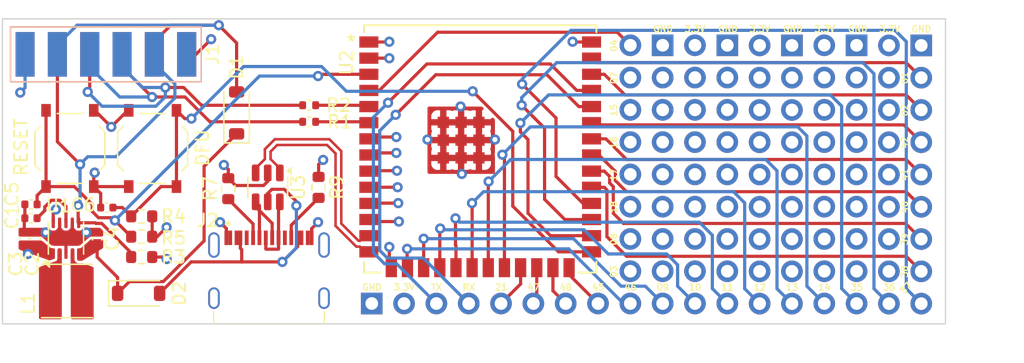
<source format=kicad_pcb>
(kicad_pcb (version 20240108) (generator "pcbnew") (generator_version "8.0")
  (layers (0 "F.Cu" signal) (1 "In1.Cu" signal) (2 "In2.Cu" signal) (31 "B.Cu" signal) (34 "B.Paste" user) (35 "F.Paste" user) (36 "B.SilkS" user "B.Silkscreen") (37 "F.SilkS" user "F.Silkscreen") (38 "B.Mask" user) (39 "F.Mask" user) (44 "Edge.Cuts" user))
  (net 0 "")
  (net 1 "NRST")
  (net 2 "Net-(J1-Pin_3)")
  (net 3 "SDA")
  (net 4 "SCL")
  (net 5 "Net-(J1-Pin_4)")
  (net 6 "Net-(U1-L1)")
  (net 7 "Net-(U1-L2)")
  (net 8 "DFU")
  (net 9 "GND")
  (net 10 "Net-(U1-VINA)")
  (net 11 "Vbat")
  (net 12 "EN")
  (net 13 "Net-(D1-K)")
  (net 14 "Vcc")
  (net 15 "Vusb")
  (net 16 "USB_D-")
  (net 17 "USB_D+")
  (net 18 "GPIO12")
  (net 19 "GPIO16")
  (net 20 "GPIO38")
  (net 21 "GPIO08")
  (net 22 "GPIO46")
  (net 23 "UART_TX")
  (net 24 "UART_RX")
  (net 25 "GPIO18")
  (net 26 "GPIO09")
  (net 27 "GPIO48")
  (net 28 "GPIO42")
  (net 29 "GPIO47")
  (net 30 "GPIO15")
  (net 31 "GPIO40")
  (net 32 "GPIO14")
  (net 33 "GPIO04")
  (net 34 "GPIO36")
  (net 35 "GPIO03")
  (net 36 "GPIO13")
  (net 37 "GPIO10")
  (net 38 "GPIO39")
  (net 39 "GPIO37")
  (net 40 "GPIO45")
  (net 41 "GPIO02")
  (net 42 "GPIO41")
  (net 43 "GPIO11")
  (net 44 "GPIO21")
  (net 45 "GPIO35")
  (net 46 "GPIO01")
  (net 47 "GPIO07")
  (net 48 "GPIO17")
  (net 49 "Net-(J2-CC1)")
  (net 51 "Net-(J2-D--PadA7)")
  (net 52 "Net-(J2-D+-PadA6)")
  (net 54 "Net-(J2-CC2)")
  (footprint "Capacitor_SMD:C_0402_1005Metric" (layer "F.Cu") (at 101.717 117.2875 90)
    (property "Reference" "C3")
    (property "Value" "10uF")
  )
  (footprint "Resistor_SMD:R_0603_1608Metric" (layer "F.Cu") (at 110.942 118.742)
    (property "Reference" "R3")
    (property "Value" "1M")
  )
  (footprint "Portapack_Mayhem:External Module" (layer "F.Cu") (at 109.398 102.794)
    (property "Reference" "J1")
    (property "Value" "Conn_01x06")
  )
  (footprint "Button_Switch_SMD:SW_Push_1P1T_XKB_TS-1187A" (layer "F.Cu") (at 105.3 110.2 -90)
    (property "Reference" "SW2" (hide yes))
    (property "Value" "SW_RST")
  )
  (footprint "Connector_PinSocket_2.54mm:PinSocket_2x09_P2.54mm_Vertical" (layer "F.Cu") (at 151.88 102.08)
    (property "Reference" "J4" (hide yes))
    (property "Value" "Conn_02x09_Top_Bottom")
  )
  (footprint "Capacitor_SMD:C_0402_1005Metric" (layer "F.Cu") (at 102.242 114.6 180)
    (property "Reference" "C5")
    (property "Value" "100nF")
  )
  (footprint "Inductor_SMD:L_Taiyo-Yuden_NR-40xx" (layer "F.Cu") (at 105.067 121.4125 180)
    (property "Reference" "L1")
    (property "Value" "2.2uH" (hide yes))
  )
  (footprint "Resistor_SMD:R_0603_1608Metric" (layer "F.Cu") (at 110.942 115.542)
    (property "Reference" "R4")
    (property "Value" "110k")
  )
  (footprint "Connector_PinSocket_2.54mm:PinSocket_2x09_P2.54mm_Vertical" (layer "F.Cu") (at 162.04 102.09)
    (property "Reference" "J6" (hide yes))
    (property "Value" "Conn_02x09_Top_Bottom")
  )
  (footprint "Connector_PinSocket_2.54mm:PinSocket_2x09_P2.54mm_Vertical" (layer "F.Cu") (at 156.96 102.08)
    (property "Reference" "J5" (hide yes))
    (property "Value" "Conn_02x09_Top_Bottom")
  )
  (footprint "Portapack_Mayhem:TYPE-C-31-M-12" (layer "F.Cu") (at 120.945 118.3)
    (property "Reference" "J2")
    (property "Value" "TYPE-C-31-M-12")
  )
  (footprint "Button_Switch_SMD:SW_Push_1P1T_XKB_TS-1187A" (layer "F.Cu") (at 111.8 110.2 90)
    (property "Reference" "SW1" (hide yes))
    (property "Value" "SW_DFU")
  )
  (footprint "Diode_SMD:D_SOD-123" (layer "F.Cu") (at 118.4 107.4 90)
    (property "Reference" "D1")
    (property "Value" "LMBR130T1G")
  )
  (footprint "Resistor_SMD:R_0402_1005Metric" (layer "F.Cu") (at 124.1 108.1)
    (property "Reference" "R1")
    (property "Value" "49.9")
  )
  (footprint "Resistor_SMD:R_0603_1608Metric" (layer "F.Cu") (at 117.745 113.3625 90)
    (property "Reference" "R7")
    (property "Value" "5K1")
  )
  (footprint "Connector_PinSocket_2.54mm:PinSocket_2x09_P2.54mm_Vertical" (layer "F.Cu") (at 172.2 102.09)
    (property "Reference" "J8" (hide yes))
    (property "Value" "Conn_02x09_Top_Bottom")
  )
  (footprint "Connector_PinSocket_2.54mm:PinSocket_1x08_P2.54mm_Vertical" (layer "F.Cu") (at 129.02 122.4 90)
    (property "Reference" "J3" (hide yes))
    (property "Value" "Conn_01x08")
  )
  (footprint "Capacitor_SMD:C_0402_1005Metric" (layer "F.Cu") (at 107.442 117.2875 90)
    (property "Reference" "C4")
    (property "Value" "10uF")
  )
  (footprint "Package_SON:WSON-10-1EP_2.5x2.5mm_P0.5mm_EP1.2x2mm" (layer "F.Cu") (at 104.992 117.2625 90)
    (property "Reference" "U1")
    (property "Value" "TPS63031DSK")
  )
  (footprint "Resistor_SMD:R_0603_1608Metric" (layer "F.Cu") (at 124.845 113.2625 -90)
    (property "Reference" "R9")
    (property "Value" "5K1")
  )
  (footprint "Connector_PinSocket_2.54mm:PinSocket_2x09_P2.54mm_Vertical" (layer "F.Cu") (at 167.12 102.08)
    (property "Reference" "J7" (hide yes))
    (property "Value" "Conn_02x09_Top_Bottom")
  )
  (footprint "Resistor_SMD:R_0402_1005Metric" (layer "F.Cu") (at 124.1 106.8)
    (property "Reference" "R2")
    (property "Value" "49.9")
  )
  (footprint "Capacitor_SMD:C_0402_1005Metric" (layer "F.Cu") (at 102.642 117.2875 90)
    (property "Reference" "C2")
    (property "Value" "10uF")
  )
  (footprint "Capacitor_SMD:C_0402_1005Metric" (layer "F.Cu") (at 102.242 115.6875 180)
    (property "Reference" "C1")
    (property "Value" "100nF")
  )
  (footprint "Resistor_SMD:R_0603_1608Metric" (layer "F.Cu") (at 110.942 117.142 180)
    (property "Reference" "R5")
    (property "Value" "110k")
  )
  (footprint "Capacitor_SMD:C_0402_1005Metric" (layer "F.Cu") (at 108.2 114.85 180)
    (property "Reference" "C6")
    (property "Value" "100nF")
  )
  (footprint "Portapack_Mayhem:ESP32­S3­WROOM­1U_EXP" (layer "F.Cu") (at 137.54268 110.23288)
    (property "Reference" "U2")
    (property "Value" "ESP32-S3-WROOM-1U-N16R8")
  )
  (footprint "Package_TO_SOT_SMD:SOT-23-6" (layer "F.Cu") (at 120.845 113.2625 -90)
    (property "Reference" "U3")
    (property "Value" "USBLC6-2SC6")
  )
  (footprint "Diode_SMD:D_SOD-123" (layer "F.Cu") (at 110.7 121.6)
    (property "Reference" "D2")
    (property "Value" "LMBR130T1G")
  )
  (gr_line (start 100 124) (end 100 100) (stroke (width 0.1)) (layer "Edge.Cuts"))
  (gr_line (start 100 100) (end 174.105 100) (stroke (width 0.1)) (layer "Edge.Cuts"))
  (gr_line (start 174.105 124) (end 100 124) (stroke (width 0.1)) (layer "Edge.Cuts"))
  (gr_line (start 174.105 100) (end 174.105 124) (stroke (width 0.1)) (layer "Edge.Cuts"))
  (gr_text "03" (at 148.336 119.888 90) (layer "F.SilkS") (effects (font (size 0.5 0.5) (thickness 0.1) (bold yes)) (justify bottom)))
  (gr_text "15" (at 148.336 107.188 90) (layer "F.SilkS") (effects (font (size 0.5 0.5) (thickness 0.1) (bold yes)) (justify bottom)))
  (gr_text "10" (at 154.432 121.412 0) (layer "F.SilkS") (effects (font (size 0.5 0.5) (thickness 0.1) (bold yes)) (justify bottom)))
  (gr_text "GND" (at 151.912 101.092 0) (layer "F.SilkS") (effects (font (size 0.5 0.5) (thickness 0.1) (bold yes)) (justify bottom)))
  (gr_text "41" (at 171.196 112.268 90) (layer "F.SilkS") (effects (font (size 0.5 0.5) (thickness 0.1) (bold yes)) (justify bottom)))
  (gr_text "45" (at 146.812 121.412 0) (layer "F.SilkS") (effects (font (size 0.5 0.5) (thickness 0.1) (bold yes)) (justify bottom)))
  (gr_text "TX" (at 134.112 121.412 0) (layer "F.SilkS") (effects (font (size 0.5 0.5) (thickness 0.1) (bold yes)) (justify bottom)))
  (gr_text "14" (at 164.592 121.412 0) (layer "F.SilkS") (effects (font (size 0.5 0.5) (thickness 0.1) (bold yes)) (justify bottom)))
  (gr_text "01" (at 171.196 104.648 90) (layer "F.SilkS") (effects (font (size 0.5 0.5) (thickness 0.1) (bold yes)) (justify bottom)))
  (gr_text "11" (at 156.972 121.412 0) (layer "F.SilkS") (effects (font (size 0.5 0.5) (thickness 0.1) (bold yes)) (justify bottom)))
  (gr_text "GND" (at 129.032 121.412 0) (layer "F.SilkS") (effects (font (size 0.5 0.5) (thickness 0.1) (bold yes)) (justify bottom)))
  (gr_text "09" (at 151.892 121.412 0) (layer "F.SilkS") (effects (font (size 0.5 0.5) (thickness 0.1) (bold yes)) (justify bottom)))
  (gr_text "GND" (at 172.212 101.092 0) (layer "F.SilkS") (effects (font (size 0.5 0.5) (thickness 0.1) (bold yes)) (justify bottom)))
  (gr_text "3.3V" (at 164.612 101.092 0) (layer "F.SilkS") (effects (font (size 0.5 0.5) (thickness 0.1) (bold yes)) (justify bottom)))
  (gr_text "21" (at 139.192 121.412 0) (layer "F.SilkS") (effects (font (size 0.5 0.5) (thickness 0.1) (bold yes)) (justify bottom)))
  (gr_text "16" (at 148.336 109.728 90) (layer "F.SilkS") (effects (font (size 0.5 0.5) (thickness 0.1) (bold yes)) (justify bottom)))
  (gr_text "37" (at 171.196 121.412 45) (layer "F.SilkS") (effects (font (size 0.5 0.5) (thickness 0.1) (bold yes)) (justify bottom)))
  (gr_text "RESET" (at 102.05 112.45 90) (layer "F.SilkS") (effects (font (size 1 1)) (justify left bottom)))
  (gr_text "3.3V" (at 159.512 101.092 0) (layer "F.SilkS") (effects (font (size 0.5 0.5) (thickness 0.1) (bold yes)) (justify bottom)))
  (gr_text "17" (at 148.336 112.268 90) (layer "F.SilkS") (effects (font (size 0.5 0.5) (thickness 0.1) (bold yes)) (justify bottom)))
  (gr_text "12" (at 159.512 121.412 0) (layer "F.SilkS") (effects (font (size 0.5 0.5) (thickness 0.1) (bold yes)) (justify bottom)))
  (gr_text "13" (at 162.052 121.412 0) (layer "F.SilkS") (effects (font (size 0.5 0.5) (thickness 0.1) (bold yes)) (justify bottom)))
  (gr_text "35" (at 167.132 121.412 0) (layer "F.SilkS") (effects (font (size 0.5 0.5) (thickness 0.1) (bold yes)) (justify bottom)))
  (gr_text "18" (at 148.336 114.808 90) (layer "F.SilkS") (effects (font (size 0.5 0.5) (thickness 0.1) (bold yes)) (justify bottom)))
  (gr_text "3.3V" (at 169.712 101.092 0) (layer "F.SilkS") (effects (font (size 0.5 0.5) (thickness 0.1) (bold yes)) (justify bottom)))
  (gr_text "40" (at 171.196 114.808 90) (layer "F.SilkS") (effects (font (size 0.5 0.5) (thickness 0.1) (bold yes)) (justify bottom)))
  (gr_text "3.3V" (at 154.412 101.092 0) (layer "F.SilkS") (effects (font (size 0.5 0.5) (thickness 0.1) (bold yes)) (justify bottom)))
  (gr_text "08" (at 148.336 117.348 90) (layer "F.SilkS") (effects (font (size 0.5 0.5) (thickness 0.1) (bold yes)) (justify bottom)))
  (gr_text "42" (at 171.196 109.728 90) (layer "F.SilkS") (effects (font (size 0.5 0.5) (thickness 0.1) (bold yes)) (justify bottom)))
  (gr_text "DFU" (at 116.3 111.7 90) (layer "F.SilkS") (effects (font (size 1 1)) (justify left bottom)))
  (gr_text "3.3V" (at 131.572 121.412 0) (layer "F.SilkS") (effects (font (size 0.5 0.5) (thickness 0.1) (bold yes)) (justify bottom)))
  (gr_text "46" (at 149.352 121.412 0) (layer "F.SilkS") (effects (font (size 0.5 0.5) (thickness 0.1) (bold yes)) (justify bottom)))
  (gr_text "GND" (at 162.112 101.092 0) (layer "F.SilkS") (effects (font (size 0.5 0.5) (thickness 0.1) (bold yes)) (justify bottom)))
  (gr_text "07" (at 148.336 104.648 90) (layer "F.SilkS") (effects (font (size 0.5 0.5) (thickness 0.1) (bold yes)) (justify bottom)))
  (gr_text "04" (at 148.336 102.108 90) (layer "F.SilkS") (effects (font (size 0.5 0.5) (thickness 0.1) (bold yes)) (justify bottom)))
  (gr_text "48" (at 144.272 121.412 0) (layer "F.SilkS") (effects (font (size 0.5 0.5) (thickness 0.1) (bold yes)) (justify bottom)))
  (gr_text "38" (at 171.196 119.888 90) (layer "F.SilkS") (effects (font (size 0.5 0.5) (thickness 0.1) (bold yes)) (justify bottom)))
  (gr_text "47" (at 141.732 121.412 0) (layer "F.SilkS") (effects (font (size 0.5 0.5) (thickness 0.1) (bold yes)) (justify bottom)))
  (gr_text "36" (at 169.672 121.412 0) (layer "F.SilkS") (effects (font (size 0.5 0.5) (thickness 0.1) (bold yes)) (justify bottom)))
  (gr_text "39" (at 171.196 117.348 90) (layer "F.SilkS") (effects (font (size 0.5 0.5) (thickness 0.1) (bold yes)) (justify bottom)))
  (gr_text "GND" (at 157.012 101.092 0) (layer "F.SilkS") (effects (font (size 0.5 0.5) (thickness 0.1) (bold yes)) (justify bottom)))
  (gr_text "GND" (at 167.212 101.092 0) (layer "F.SilkS") (effects (font (size 0.5 0.5) (thickness 0.1) (bold yes)) (justify bottom)))
  (gr_text "02" (at 171.196 107.188 90) (layer "F.SilkS") (effects (font (size 0.5 0.5) (thickness 0.1) (bold yes)) (justify bottom)))
  (gr_text "RX" (at 136.652 121.412 0) (layer "F.SilkS") (effects (font (size 0.5 0.5) (thickness 0.1) (bold yes)) (justify bottom)))
  (segment (start 107.05 114.6) (end 105.65 113.2) (width 0.25) (layer "F.Cu") (net 1))
  (segment (start 108.625 115.65) (end 107.54851 115.65) (width 0.25) (layer "F.Cu") (net 1))
  (segment (start 105.65 113.2) (end 103.425 113.2) (width 0.25) (layer "F.Cu") (net 1))
  (segment (start 128.79238 104.36294) (end 124.93706 104.36294) (width 0.25) (layer "F.Cu") (net 1))
  (segment (start 124.93706 104.36294) (end 124.8 104.5) (width 0.25) (layer "F.Cu") (net 1))
  (segment (start 110.117 117.142) (end 108.8375 115.8625) (width 0.25) (layer "F.Cu") (net 1))
  (segment (start 107.05 115.15149) (end 107.05 114.6) (width 0.25) (layer "F.Cu") (net 1))
  (segment (start 103.425 107.2) (end 103.425 113.2) (width 0.25) (layer "F.Cu") (net 1))
  (segment (start 102.722 114.6) (end 102.722 113.903) (width 0.25) (layer "F.Cu") (net 1))
  (segment (start 108.8375 115.8625) (end 108.625 115.65) (width 0.25) (layer "F.Cu") (net 1))
  (segment (start 107.54851 115.65) (end 107.05 115.15149) (width 0.25) (layer "F.Cu") (net 1))
  (segment (start 102.722 113.903) (end 103.425 113.2) (width 0.25) (layer "F.Cu") (net 1))
  (via (at 108.8375 115.8625) (size 0.8) (drill 0.4) (layers "F.Cu" "B.Cu") (net 1))
  (via (at 124.8 104.5) (size 0.8) (drill 0.4) (layers "F.Cu" "B.Cu") (net 1))
  (segment (start 120.2 104.5) (end 108.8375 115.8625) (width 0.25) (layer "B.Cu") (net 1))
  (segment (start 124.8 104.5) (end 120.2 104.5) (width 0.25) (layer "B.Cu") (net 1))
  (segment (start 111.754 106.15) (end 114.35 106.15) (width 0.25) (layer "F.Cu") (net 2))
  (segment (start 109.398 102.794) (end 109.398 103.794) (width 0.25) (layer "F.Cu") (net 2))
  (segment (start 109.398 103.794) (end 111.754 106.15) (width 0.25) (layer "F.Cu") (net 2))
  (segment (start 116.3 108.1) (end 123.59 108.1) (width 0.25) (layer "F.Cu") (net 2))
  (segment (start 114.35 106.15) (end 116.3 108.1) (width 0.25) (layer "F.Cu") (net 2))
  (via (at 111.754 106.15) (size 0.8) (drill 0.4) (layers "F.Cu" "B.Cu") (net 2))
  (segment (start 106.858 102.794) (end 106.858 103.794) (width 0.25) (layer "B.Cu") (net 2))
  (segment (start 106.858 103.794) (end 109.214 106.15) (width 0.25) (layer "B.Cu") (net 2))
  (segment (start 109.214 106.15) (end 111.754 106.15) (width 0.25) (layer "B.Cu") (net 2))
  (segment (start 128.68944 106.8) (end 128.79238 106.90294) (width 0.25) (layer "F.Cu") (net 3))
  (segment (start 124.61 106.8) (end 128.68944 106.8) (width 0.25) (layer "F.Cu") (net 3))
  (segment (start 128.71944 108.1) (end 128.79238 108.17294) (width 0.25) (layer "F.Cu") (net 4))
  (segment (start 124.61 108.1) (end 128.71944 108.1) (width 0.25) (layer "F.Cu") (net 4))
  (segment (start 106.858 105.592) (end 106.7 105.75) (width 0.25) (layer "F.Cu") (net 5))
  (segment (start 106.858 102.794) (end 106.858 105.592) (width 0.25) (layer "F.Cu") (net 5))
  (segment (start 114.236396 105.4) (end 115.636396 106.8) (width 0.25) (layer "F.Cu") (net 5))
  (segment (start 112.8 105.4) (end 114.236396 105.4) (width 0.25) (layer "F.Cu") (net 5))
  (segment (start 115.636396 106.8) (end 123.59 106.8) (width 0.25) (layer "F.Cu") (net 5))
  (via (at 106.7 105.75) (size 0.8) (drill 0.4) (layers "F.Cu" "B.Cu") (net 5))
  (via (at 112.8 105.4) (size 0.8) (drill 0.4) (layers "F.Cu" "B.Cu") (net 5))
  (segment (start 112.8 106.129305) (end 112.054305 106.875) (width 0.25) (layer "B.Cu") (net 5))
  (segment (start 111.004 105.4) (end 109.398 103.794) (width 0.25) (layer "B.Cu") (net 5))
  (segment (start 112.054305 106.875) (end 107.825 106.875) (width 0.25) (layer "B.Cu") (net 5))
  (segment (start 112.8 105.4) (end 111.004 105.4) (width 0.25) (layer "B.Cu") (net 5))
  (segment (start 107.825 106.875) (end 106.7 105.75) (width 0.25) (layer "B.Cu") (net 5))
  (segment (start 109.398 103.794) (end 109.398 102.794) (width 0.25) (layer "B.Cu") (net 5))
  (segment (start 112.8 105.4) (end 112.8 106.129305) (width 0.25) (layer "B.Cu") (net 5))
  (segment (start 105.492 118.475) (end 105.492 120.4375) (width 0.25) (layer "F.Cu") (net 6))
  (segment (start 105.492 120.4375) (end 106.467 121.4125) (width 0.25) (layer "F.Cu") (net 6))
  (segment (start 104.492 120.5875) (end 103.667 121.4125) (width 0.25) (layer "F.Cu") (net 7))
  (segment (start 104.492 118.475) (end 104.492 120.5875) (width 0.25) (layer "F.Cu") (net 7))
  (segment (start 143.696544 118.33294) (end 140.1 114.736396) (width 0.25) (layer "F.Cu") (net 8))
  (segment (start 140.1 114.736396) (end 140.1 108.85) (width 0.25) (layer "F.Cu") (net 8))
  (segment (start 112.459 113.2) (end 110.117 115.542) (width 0.25) (layer "F.Cu") (net 8))
  (segment (start 114.85 107.85) (end 114.325 107.85) (width 0.25) (layer "F.Cu") (net 8))
  (segment (start 146.29298 118.33294) (end 143.696544 118.33294) (width 0.25) (layer "F.Cu") (net 8))
  (segment (start 114.325 107.85) (end 113.675 107.2) (width 0.25) (layer "F.Cu") (net 8))
  (segment (start 113.675 113.2) (end 112.459 113.2) (width 0.25) (layer "F.Cu") (net 8))
  (segment (start 140.1 108.85) (end 136.95 105.7) (width 0.25) (layer "F.Cu") (net 8))
  (segment (start 113.675 113.2) (end 113.675 107.2) (width 0.25) (layer "F.Cu") (net 8))
  (segment (start 109.425 114.85) (end 110.117 115.542) (width 0.25) (layer "F.Cu") (net 8))
  (segment (start 108.68 114.85) (end 109.425 114.85) (width 0.25) (layer "F.Cu") (net 8))
  (via (at 136.95 105.7) (size 0.8) (drill 0.4) (layers "F.Cu" "B.Cu") (net 8))
  (via (at 114.85 107.85) (size 0.8) (drill 0.4) (layers "F.Cu" "B.Cu") (net 8))
  (segment (start 136.95 105.7) (end 127.025305 105.7) (width 0.25) (layer "B.Cu") (net 8))
  (segment (start 127.025305 105.7) (end 125.075305 103.75) (width 0.25) (layer "B.Cu") (net 8))
  (segment (start 118.95 103.75) (end 114.85 107.85) (width 0.25) (layer "B.Cu") (net 8))
  (segment (start 125.075305 103.75) (end 118.95 103.75) (width 0.25) (layer "B.Cu") (net 8))
  (segment (start 124.845 111.455) (end 125.2 111.1) (width 0.25) (layer "F.Cu") (net 9))
  (segment (start 117.595 117.23) (end 117.595 116.495) (width 0.25) (layer "F.Cu") (net 9))
  (segment (start 120.845 112.787499) (end 120.519999 113.1125) (width 0.25) (layer "F.Cu") (net 9))
  (segment (start 130.37706 101.82294) (end 130.4 101.8) (width 0.25) (layer "F.Cu") (net 9))
  (segment (start 111.767 118.742) (end 112.742 118.742) (width 0.25) (layer "F.Cu") (net 9))
  (segment (start 105.492 116.7625) (end 104.992 117.2625) (width 0.25) (layer "F.Cu") (net 9))
  (segment (start 107.175 113.2) (end 107.175 112.175) (width 0.25) (layer "F.Cu") (net 9))
  (segment (start 114.478 102.794) (end 115.206 102.794) (width 0.25) (layer "F.Cu") (net 9))
  (segment (start 136.04154 112.14154) (end 136.1 112.2) (width 0.25) (layer "F.Cu") (net 9))
  (segment (start 107.442 116.8075) (end 106.6 116.8075) (width 0.25) (layer "F.Cu") (net 9))
  (segment (start 107.175 113.2) (end 109.925 113.2) (width 0.25) (layer "F.Cu") (net 9))
  (segment (start 112.742 118.742) (end 112.9 118.9) (width 0.25) (layer "F.Cu") (net 9))
  (segment (start 124.845 112.4375) (end 124.845 111.455) (width 0.25) (layer "F.Cu") (net 9))
  (segment (start 104.537 116.8075) (end 104.992 117.2625) (width 0.25) (layer "F.Cu") (net 9))
  (segment (start 104.492 116.05) (end 104.492 116.7625) (width 0.25) (layer "F.Cu") (net 9))
  (segment (start 136.04154 110.94154) (end 136.04154 112.14154) (width 0.25) (layer "F.Cu") (net 9))
  (segment (start 109.85 107.2) (end 108.55 108.5) (width 0.25) (layer "F.Cu") (net 9))
  (segment (start 107.175 107.2) (end 107.25 107.2) (width 0.25) (layer "F.Cu") (net 9))
  (segment (start 107.25 107.2) (end 108.55 108.5) (width 0.25) (layer "F.Cu") (net 9))
  (segment (start 103.4 116.8075) (end 101.717 116.8075) (width 0.25) (layer "F.Cu") (net 9))
  (segment (start 138.658 109.542) (end 138.7 109.5) (width 0.25) (layer "F.Cu") (net 9))
  (segment (start 102.642 116.8075) (end 101.717 116.8075) (width 0.25) (layer "F.Cu") (net 9))
  (segment (start 115.206 102.794) (end 116.4 101.6) (width 0.25) (layer "F.Cu") (net 9))
  (segment (start 124.295 117.23) (end 124.295 116.505) (width 0.25) (layer "F.Cu") (net 9))
  (segment (start 133.442 109.542) (end 133.4 109.5) (width 0.25) (layer "F.Cu") (net 9))
  (segment (start 105.492 116.05) (end 105.492 116.7625) (width 0.25) (layer "F.Cu") (net 9))
  (segment (start 101.717 115.7325) (end 101.762 115.6875) (width 0.25) (layer "F.Cu") (net 9))
  (segment (start 136.04154 106.94154) (end 136 106.9) (width 0.25) (layer "F.Cu") (net 9))
  (segment (start 117.745 112.5375) (end 117.745 111.845) (width 0.25) (layer "F.Cu") (net 9))
  (segment (start 137.44108 109.542) (end 138.658 109.542) (width 0.25) (layer "F.Cu") (net 9))
  (segment (start 107.72 113.745) (end 107.175 113.2) (width 0.25) (layer "F.Cu") (net 9))
  (segment (start 109.925 107.2) (end 109.85 107.2) (width 0.25) (layer "F.Cu") (net 9))
  (segment (start 118.32 113.1125) (end 117.745 112.5375) (width 0.25) (layer "F.Cu") (net 9))
  (segment (start 107.175 112.175) (end 107.25 112.1) (width 0.25) (layer "F.Cu") (net 9))
  (segment (start 104.992 118.475) (end 104.992 117.2625) (width 0.25) (layer "F.Cu") (net 9))
  (segment (start 120.519999 113.1125) (end 118.32 113.1125) (width 0.25) (layer "F.Cu") (net 9))
  (segment (start 104.492 116.7625) (end 104.992 117.2625) (width 0.25) (layer "F.Cu") (net 9))
  (segment (start 101.717 116.8075) (end 101.717 115.7325) (width 0.25) (layer "F.Cu") (net 9))
  (segment (start 102.642 116.8075) (end 104.537 116.8075) (width 0.25) (layer "F.Cu") (net 9))
  (segment (start 124.295 116.505) (end 124.8 116) (width 0.25) (layer "F.Cu") (net 9))
  (segment (start 144.82294 101.82294) (end 144.8 101.8) (width 0.25) (layer "F.Cu") (net 9))
  (segment (start 128.79238 101.82294) (end 130.37706 101.82294) (width 0.25) (layer "F.Cu") (net 9))
  (segment (start 146.29298 101.82294) (end 144.82294 101.82294) (width 0.25) (layer "F.Cu") (net 9))
  (segment (start 107.72 114.85) (end 107.72 113.745) (width 0.25) (layer "F.Cu") (net 9))
  (segment (start 136.04154 108.14246) (end 136.04154 106.94154) (width 0.25) (layer "F.Cu") (net 9))
  (segment (start 120.845 112.125) (end 120.845 112.787499) (width 0.25) (layer "F.Cu") (net 9))
  (segment (start 101.762 114.6) (end 101.762 115.6875) (width 0.25) (layer "F.Cu") (net 9))
  (segment (start 106.6 116.8075) (end 105.447 116.8075) (width 0.25) (layer "F.Cu") (net 9))
  (segment (start 134.642 109.542) (end 133.442 109.542) (width 0.25) (layer "F.Cu") (net 9))
  (segment (start 105.447 116.8075) (end 104.992 117.2625) (width 0.25) (layer "F.Cu") (net 9))
  (segment (start 117.595 116.495) (end 117.1 116) (width 0.25) (layer "F.Cu") (net 9))
  (segment (start 117.745 111.845) (end 117.4 111.5) (width 0.25) (layer "F.Cu") (net 9))
  (via (at 108.55 108.5) (size 0.8) (drill 0.4) (layers "F.Cu" "B.Cu") (net 9))
  (via (at 133.4 109.5) (size 0.8) (drill 0.4) (layers "F.Cu" "B.Cu") (net 9))
  (via (at 130.4 101.8) (size 0.8) (drill 0.4) (layers "F.Cu" "B.Cu") (net 9))
  (via (at 103.4 116.8075) (size 0.8) (drill 0.4) (layers "F.Cu" "B.Cu") (net 9))
  (via (at 117.4 111.5) (size 0.8) (drill 0.4) (layers "F.Cu" "B.Cu") (net 9))
  (via (at 112.9 118.9) (size 0.8) (drill 0.4) (layers "F.Cu" "B.Cu") (net 9))
  (via (at 101.4 105.8) (size 0.8) (drill 0.4) (layers "F.Cu" "B.Cu") (net 9))
  (via (at 117.1 116) (size 0.8) (drill 0.4) (layers "F.Cu" "B.Cu") (net 9))
  (via (at 136.1 112.2) (size 0.8) (drill 0.4) (layers "F.Cu" "B.Cu") (net 9))
  (via (at 106.6 116.8075) (size 0.8) (drill 0.4) (layers "F.Cu" "B.Cu") (net 9))
  (via (at 116.4 101.6) (size 0.8) (drill 0.4) (layers "F.Cu" "B.Cu") (net 9))
  (via (at 124.8 116) (size 0.8) (drill 0.4) (layers "F.Cu" "B.Cu") (net 9))
  (via (at 107.25 112.1) (size 0.8) (drill 0.4) (layers "F.Cu" "B.Cu") (net 9))
  (via (at 144.8 101.8) (size 0.8) (drill 0.4) (layers "F.Cu" "B.Cu") (net 9))
  (via (at 125.2 111.1) (size 0.8) (drill 0.4) (layers "F.Cu" "B.Cu") (net 9))
  (via (at 136 106.9) (size 0.8) (drill 0.4) (layers "F.Cu" "B.Cu") (net 9))
  (via (at 138.7 109.5) (size 0.8) (drill 0.4) (layers "F.Cu" "B.Cu") (net 9))
  (segment (start 101.778 102.794) (end 101.778 105.422) (width 0.25) (layer "B.Cu") (net 9))
  (segment (start 101.778 105.422) (end 101.4 105.8) (width 0.25) (layer "B.Cu") (net 9))
  (segment (start 103.327 114.8) (end 103.327 115.0825) (width 0.25) (layer "F.Cu") (net 10))
  (segment (start 104.992 116.05) (end 104.992 114.766695) (width 0.25) (layer "F.Cu") (net 10))
  (segment (start 104.500305 114.275) (end 103.852 114.275) (width 0.25) (layer "F.Cu") (net 10))
  (segment (start 104.992 114.766695) (end 104.500305 114.275) (width 0.25) (layer "F.Cu") (net 10))
  (segment (start 103.852 114.275) (end 103.327 114.8) (width 0.25) (layer "F.Cu") (net 10))
  (segment (start 103.327 115.0825) (end 102.722 115.6875) (width 0.25) (layer "F.Cu") (net 10))
  (segment (start 118.4 101.9) (end 118.4 105.75) (width 0.25) (layer "F.Cu") (net 11))
  (segment (start 111.938 101.794) (end 113.232 100.5) (width 0.25) (layer "F.Cu") (net 11))
  (segment (start 113.232 100.5) (end 117 100.5) (width 0.25) (layer "F.Cu") (net 11))
  (segment (start 111.938 102.794) (end 111.938 101.794) (width 0.25) (layer "F.Cu") (net 11))
  (segment (start 117 100.5) (end 118.4 101.9) (width 0.25) (layer "F.Cu") (net 11))
  (via (at 117 100.5) (size 0.8) (drill 0.4) (layers "F.Cu" "B.Cu") (net 11))
  (segment (start 104.318 102.042493) (end 105.860493 100.5) (width 0.25) (layer "B.Cu") (net 11))
  (segment (start 105.860493 100.5) (end 117 100.5) (width 0.25) (layer "B.Cu") (net 11))
  (segment (start 104.318 102.794) (end 104.318 102.042493) (width 0.25) (layer "B.Cu") (net 11))
  (segment (start 104.318 109.668) (end 106.1 111.45) (width 0.25) (layer "F.Cu") (net 12))
  (segment (start 110.117 118.742) (end 110.117 118.417) (width 0.25) (layer "F.Cu") (net 12))
  (segment (start 107.362114 116.1) (end 107.312114 116.05) (width 0.25) (layer "F.Cu") (net 12))
  (segment (start 105.95 114.7) (end 105.95 116.008) (width 0.25) (layer "F.Cu") (net 12))
  (segment (start 110.117 118.417) (end 107.8 116.1) (width 0.25) (layer "F.Cu") (net 12))
  (segment (start 107.312114 116.05) (end 105.992 116.05) (width 0.25) (layer "F.Cu") (net 12))
  (segment (start 104.318 102.794) (end 104.318 109.668) (width 0.25) (layer "F.Cu") (net 12))
  (segment (start 105.95 116.008) (end 105.992 116.05) (width 0.25) (layer "F.Cu") (net 12))
  (segment (start 107.8 116.1) (end 107.362114 116.1) (width 0.25) (layer "F.Cu") (net 12))
  (via (at 106.1 111.45) (size 0.8) (drill 0.4) (layers "F.Cu" "B.Cu") (net 12))
  (via (at 105.95 114.7) (size 0.8) (drill 0.4) (layers "F.Cu" "B.Cu") (net 12))
  (segment (start 111.938 102.794) (end 111.938 103.512695) (width 0.25) (layer "B.Cu") (net 12))
  (segment (start 106.1 111.45) (end 106.1 111.65) (width 0.25) (layer "B.Cu") (net 12))
  (segment (start 106.1 114.55) (end 105.95 114.7) (width 0.25) (layer "B.Cu") (net 12))
  (segment (start 113.55 105.124695) (end 113.55 106.224695) (width 0.25) (layer "B.Cu") (net 12))
  (segment (start 111.938 103.512695) (end 113.55 105.124695) (width 0.25) (layer "B.Cu") (net 12))
  (segment (start 106.7 110.85) (end 106.1 111.45) (width 0.25) (layer "B.Cu") (net 12))
  (segment (start 106.1 111.65) (end 106.1 114.55) (width 0.25) (layer "B.Cu") (net 12))
  (segment (start 108.924695 110.85) (end 106.7 110.85) (width 0.25) (layer "B.Cu") (net 12))
  (segment (start 113.55 106.224695) (end 108.924695 110.85) (width 0.25) (layer "B.Cu") (net 12))
  (segment (start 109.05 121.6) (end 109.05 120.35) (width 0.25) (layer "F.Cu") (net 13))
  (segment (start 106.7345 118.475) (end 107.442 117.7675) (width 0.25) (layer "F.Cu") (net 13))
  (segment (start 115.845 111.605) (end 118.4 109.05) (width 0.25) (layer "F.Cu") (net 13))
  (segment (start 112.638604 120.675) (end 115.845 117.468604) (width 0.25) (layer "F.Cu") (net 13))
  (segment (start 105.992 118.475) (end 106.7345 118.475) (width 0.25) (layer "F.Cu") (net 13))
  (segment (start 109.05 121.6) (end 109.975 120.675) (width 0.25) (layer "F.Cu") (net 13))
  (segment (start 109.05 120.35) (end 107.442 118.742) (width 0.25) (layer "F.Cu") (net 13))
  (segment (start 107.442 118.742) (end 107.442 117.7675) (width 0.25) (layer "F.Cu") (net 13))
  (segment (start 115.845 117.468604) (end 115.845 111.605) (width 0.25) (layer "F.Cu") (net 13))
  (segment (start 109.975 120.675) (end 112.638604 120.675) (width 0.25) (layer "F.Cu") (net 13))
  (segment (start 128.79238 103.09294) (end 130.39294 103.09294) (width 0.25) (layer "F.Cu") (net 14))
  (segment (start 111.767 115.542) (end 111.767 117.142) (width 0.25) (layer "F.Cu") (net 14))
  (segment (start 102 118.5) (end 101.717 118.217) (width 0.25) (layer "F.Cu") (net 14))
  (segment (start 103.992 118.475) (end 103.3495 118.475) (width 0.25) (layer "F.Cu") (net 14))
  (segment (start 101.717 118.217) (end 101.717 117.7675) (width 0.25) (layer "F.Cu") (net 14))
  (segment (start 112.158 117.142) (end 112.9 116.4) (width 0.25) (layer "F.Cu") (net 14))
  (segment (start 102.642 117.7675) (end 101.717 117.7675) (width 0.25) (layer "F.Cu") (net 14))
  (segment (start 130.39294 103.09294) (end 130.4 103.1) (width 0.25) (layer "F.Cu") (net 14))
  (segment (start 111.767 117.142) (end 112.158 117.142) (width 0.25) (layer "F.Cu") (net 14))
  (segment (start 103.992 115.208) (end 104.2 115) (width 0.25) (layer "F.Cu") (net 14))
  (segment (start 103.992 116.05) (end 103.992 115.208) (width 0.25) (layer "F.Cu") (net 14))
  (segment (start 103.3495 118.475) (end 102.642 117.7675) (width 0.25) (layer "F.Cu") (net 14))
  (via (at 102 118.5) (size 0.8) (drill 0.4) (layers "F.Cu" "B.Cu") (net 14))
  (via (at 104.2 115) (size 0.8) (drill 0.4) (layers "F.Cu" "B.Cu") (net 14))
  (via (at 130.4 103.1) (size 0.8) (drill 0.4) (layers "F.Cu" "B.Cu") (net 14))
  (via (at 112.9 116.4) (size 0.8) (drill 0.4) (layers "F.Cu" "B.Cu") (net 14))
  (segment (start 118.8 119.125) (end 121.995 119.125) (width 0.25) (layer "F.Cu") (net 15))
  (segment (start 114.825 119.125) (end 118.8 119.125) (width 0.25) (layer "F.Cu") (net 15))
  (segment (start 123.195 117.925) (end 123.195 117.23) (width 0.25) (layer "F.Cu") (net 15))
  (segment (start 121.995 119.125) (end 123.195 117.925) (width 0.25) (layer "F.Cu") (net 15))
  (segment (start 118.695 118.05) (end 118.8 118.155) (width 0.25) (layer "F.Cu") (net 15))
  (segment (start 120.845 113.737501) (end 121.170001 113.4125) (width 0.25) (layer "F.Cu") (net 15))
  (segment (start 112.35 121.6) (end 114.825 119.125) (width 0.25) (layer "F.Cu") (net 15))
  (segment (start 120.845 114.4) (end 120.845 113.737501) (width 0.25) (layer "F.Cu") (net 15))
  (segment (start 118.8 118.155) (end 118.8 119.125) (width 0.25) (layer "F.Cu") (net 15))
  (segment (start 121.170001 113.4125) (end 122.145908 113.4125) (width 0.25) (layer "F.Cu") (net 15))
  (segment (start 122.145908 113.4125) (end 123.1 114.366592) (width 0.25) (layer "F.Cu") (net 15))
  (segment (start 123.1 114.366592) (end 123.1 114.7) (width 0.25) (layer "F.Cu") (net 15))
  (segment (start 118.695 117.23) (end 118.695 118.05) (width 0.25) (layer "F.Cu") (net 15))
  (via (at 121.995 119.125) (size 0.8) (drill 0.4) (layers "F.Cu" "B.Cu") (net 15))
  (via (at 123.1 114.7) (size 0.8) (drill 0.4) (layers "F.Cu" "B.Cu") (net 15))
  (segment (start 123.1 118.02) (end 121.995 119.125) (width 0.25) (layer "B.Cu") (net 15))
  (segment (start 123.1 114.7) (end 123.1 118.02) (width 0.25) (layer "B.Cu") (net 15))
  (segment (start 121.404325 109.475) (end 120.62 110.259325) (width 0.2) (layer "F.Cu") (net 16))
  (segment (start 125.6932 109.475) (end 121.404325 109.475) (width 0.2) (layer "F.Cu") (net 16))
  (segment (start 126.625 116.1068) (end 126.625 110.4068) (width 0.2) (layer "F.Cu") (net 16))
  (segment (start 128.79238 117.06294) (end 128.48758 117.06294) (width 0.2) (layer "F.Cu") (net 16))
  (segment (start 119.895 111.7625) (end 119.895 112.125) (width 0.2) (layer "F.Cu") (net 16))
  (segment (start 128.48758 117.06294) (end 128.07758 117.47294) (width 0.2) (layer "F.Cu") (net 16))
  (segment (start 127.99114 117.47294) (end 126.625 116.1068) (width 0.2) (layer "F.Cu") (net 16))
  (segment (start 120.62 111.0375) (end 119.895 111.7625) (width 0.2) (layer "F.Cu") (net 16))
  (segment (start 128.07758 117.47294) (end 127.99114 117.47294) (width 0.2) (layer "F.Cu") (net 16))
  (segment (start 126.625 110.4068) (end 125.6932 109.475) (width 0.2) (layer "F.Cu") (net 16))
  (segment (start 120.62 110.259325) (end 120.62 111.0375) (width 0.2) (layer "F.Cu") (net 16))
  (segment (start 128.79238 118.33294) (end 128.48758 118.33294) (width 0.2) (layer "F.Cu") (net 17))
  (segment (start 126.175 116.2932) (end 126.175 110.5932) (width 0.2) (layer "F.Cu") (net 17))
  (segment (start 121.07 110.445725) (end 121.07 111.0375) (width 0.2) (layer "F.Cu") (net 17))
  (segment (start 127.80474 117.92294) (end 126.175 116.2932) (width 0.2) (layer "F.Cu") (net 17))
  (segment (start 128.07758 117.92294) (end 127.80474 117.92294) (width 0.2) (layer "F.Cu") (net 17))
  (segment (start 121.07 111.0375) (end 121.795 111.7625) (width 0.2) (layer "F.Cu") (net 17))
  (segment (start 125.5068 109.925) (end 121.590725 109.925) (width 0.2) (layer "F.Cu") (net 17))
  (segment (start 128.48758 118.33294) (end 128.07758 117.92294) (width 0.2) (layer "F.Cu") (net 17))
  (segment (start 121.795 111.7625) (end 121.795 112.125) (width 0.2) (layer "F.Cu") (net 17))
  (segment (start 121.590725 109.925) (end 121.07 110.445725) (width 0.2) (layer "F.Cu") (net 17))
  (segment (start 126.175 110.5932) (end 125.5068 109.925) (width 0.2) (layer "F.Cu") (net 17))
  (segment (start 136.9 114.5) (end 136.90768 114.50768) (width 0.25) (layer "F.Cu") (net 18))
  (segment (start 136.90768 114.50768) (end 136.90768 119.58262) (width 0.25) (layer "F.Cu") (net 18))
  (via (at 136.9 114.5) (size 0.8) (drill 0.4) (layers "F.Cu" "B.Cu") (net 18))
  (segment (start 137.8 113.6) (end 136.9 114.5) (width 0.25) (layer "B.Cu") (net 18))
  (segment (start 158.325 121.235) (end 158.325 114.483299) (width 0.25) (layer "B.Cu") (net 18))
  (segment (start 159.5 122.41) (end 158.325 121.235) (width 0.25) (layer "B.Cu") (net 18))
  (segment (start 157.441701 113.6) (end 137.8 113.6) (width 0.25) (layer "B.Cu") (net 18))
  (segment (start 158.325 114.483299) (end 157.441701 113.6) (width 0.25) (layer "B.Cu") (net 18))
  (segment (start 128.82532 111.95) (end 128.79238 111.98294) (width 0.25) (layer "F.Cu") (net 19))
  (segment (start 131 111.95) (end 128.82532 111.95) (width 0.25) (layer "F.Cu") (net 19))
  (via (at 131 111.95) (size 0.8) (drill 0.4) (layers "F.Cu" "B.Cu") (net 19))
  (segment (start 147.5 117.141701) (end 149.043299 118.685) (width 0.25) (layer "F.Cu") (net 20))
  (segment (start 149.043299 118.685) (end 171.015 118.685) (width 0.25) (layer "F.Cu") (net 20))
  (segment (start 171.015 118.685) (end 172.2 119.87) (width 0.25) (layer "F.Cu") (net 20))
  (segment (start 147.29228 113.25294) (end 147.5 113.46066) (width 0.25) (layer "F.Cu") (net 20))
  (segment (start 146.29298 113.25294) (end 147.29228 113.25294) (width 0.25) (layer "F.Cu") (net 20))
  (segment (start 147.5 113.46066) (end 147.5 117.141701) (width 0.25) (layer "F.Cu") (net 20))
  (segment (start 131.15 115.95) (end 128.94944 115.95) (width 0.25) (layer "F.Cu") (net 21))
  (segment (start 128.94944 115.95) (end 128.79238 115.79294) (width 0.25) (layer "F.Cu") (net 21))
  (via (at 131.15 115.95) (size 0.8) (drill 0.4) (layers "F.Cu" "B.Cu") (net 21))
  (segment (start 131.8 118.1) (end 131.8 119.55494) (width 0.25) (layer "F.Cu") (net 22))
  (segment (start 131.8 119.55494) (end 131.82768 119.58262) (width 0.25) (layer "F.Cu") (net 22))
  (via (at 131.8 118.1) (size 0.8) (drill 0.4) (layers "F.Cu" "B.Cu") (net 22))
  (segment (start 144.5 118.1) (end 131.8 118.1) (width 0.25) (layer "B.Cu") (net 22))
  (segment (start 148.8 122.4) (end 144.5 118.1) (width 0.25) (layer "B.Cu") (net 22))
  (segment (start 149.34 122.4) (end 148.8 122.4) (width 0.25) (layer "B.Cu") (net 22))
  (segment (start 130.3 106.6) (end 133.35 103.55) (width 0.25) (layer "F.Cu") (net 23))
  (segment (start 143.05 103.55) (end 145.13294 105.63294) (width 0.25) (layer "F.Cu") (net 23))
  (segment (start 145.13294 105.63294) (end 146.29298 105.63294) (width 0.25) (layer "F.Cu") (net 23))
  (segment (start 133.35 103.55) (end 143.05 103.55) (width 0.25) (layer "F.Cu") (net 23))
  (via (at 130.3 106.6) (size 0.8) (drill 0.4) (layers "F.Cu" "B.Cu") (net 23))
  (segment (start 129.15 118.4) (end 129.15 107.75) (width 0.25) (layer "B.Cu") (net 23))
  (segment (start 134.1 122.4) (end 130.975 119.275) (width 0.25) (layer "B.Cu") (net 23))
  (segment (start 129.15 107.75) (end 130.3 106.6) (width 0.25) (layer "B.Cu") (net 23))
  (segment (start 130.975 119.275) (end 130.025 119.275) (width 0.25) (layer "B.Cu") (net 23))
  (segment (start 130.025 119.275) (end 129.15 118.4) (width 0.25) (layer "B.Cu") (net 23))
  (segment (start 134.05 104.4) (end 142.79074 104.4) (width 0.25) (layer "F.Cu") (net 24))
  (segment (start 130.9 107.55) (end 134.05 104.4) (width 0.25) (layer "F.Cu") (net 24))
  (segment (start 142.79074 104.4) (end 145.29368 106.90294) (width 0.25) (layer "F.Cu") (net 24))
  (segment (start 145.29368 106.90294) (end 146.29298 106.90294) (width 0.25) (layer "F.Cu") (net 24))
  (via (at 130.9 107.55) (size 0.8) (drill 0.4) (layers "F.Cu" "B.Cu") (net 24))
  (segment (start 130.249695 118.825) (end 129.65 118.225305) (width 0.25) (layer "B.Cu") (net 24))
  (segment (start 133.065 118.825) (end 130.249695 118.825) (width 0.25) (layer "B.Cu") (net 24))
  (segment (start 129.65 108.8) (end 130.9 107.55) (width 0.25) (layer "B.Cu") (net 24))
  (segment (start 136.64 122.4) (end 133.065 118.825) (width 0.25) (layer "B.Cu") (net 24))
  (segment (start 129.65 118.225305) (end 129.65 108.8) (width 0.25) (layer "B.Cu") (net 24))
  (segment (start 128.81532 114.5) (end 128.79238 114.52294) (width 0.25) (layer "F.Cu") (net 25))
  (segment (start 131.1 114.5) (end 128.81532 114.5) (width 0.25) (layer "F.Cu") (net 25))
  (via (at 131.1 114.5) (size 0.8) (drill 0.4) (layers "F.Cu" "B.Cu") (net 25))
  (segment (start 133.1 117.3) (end 133.1 119.5803) (width 0.25) (layer "F.Cu") (net 26))
  (segment (start 133.1 119.5803) (end 133.09768 119.58262) (width 0.25) (layer "F.Cu") (net 26))
  (via (at 133.1 117.3) (size 0.8) (drill 0.4) (layers "F.Cu" "B.Cu") (net 26))
  (segment (start 151.88 122.4) (end 150.515 121.035) (width 0.25) (layer "B.Cu") (net 26))
  (segment (start 150.515 121.035) (end 148.611396 121.035) (width 0.25) (layer "B.Cu") (net 26))
  (segment (start 148.611396 121.035) (end 144.876396 117.3) (width 0.25) (layer "B.Cu") (net 26))
  (segment (start 144.876396 117.3) (end 133.1 117.3) (width 0.25) (layer "B.Cu") (net 26))
  (segment (start 143.25768 119.58262) (end 143.25768 121.39768) (width 0.25) (layer "F.Cu") (net 27))
  (segment (start 143.25768 121.39768) (end 144.26 122.4) (width 0.25) (layer "F.Cu") (net 27))
  (segment (start 146.29298 108.17294) (end 146.46504 108.345) (width 0.25) (layer "F.Cu") (net 28))
  (segment (start 170.835 108.345) (end 172.2 109.71) (width 0.25) (layer "F.Cu") (net 28))
  (segment (start 146.46504 108.345) (end 170.835 108.345) (width 0.25) (layer "F.Cu") (net 28))
  (segment (start 141.98768 119.58262) (end 141.98768 122.13232) (width 0.25) (layer "F.Cu") (net 29))
  (segment (start 141.98768 122.13232) (end 141.72 122.4) (width 0.25) (layer "F.Cu") (net 29))
  (segment (start 128.95532 110.55) (end 128.79238 110.71294) (width 0.25) (layer "F.Cu") (net 30))
  (segment (start 130.95 110.55) (end 128.95532 110.55) (width 0.25) (layer "F.Cu") (net 30))
  (via (at 130.95 110.55) (size 0.8) (drill 0.4) (layers "F.Cu" "B.Cu") (net 30))
  (segment (start 148.165 112.726701) (end 149.038299 113.6) (width 0.25) (layer "F.Cu") (net 31))
  (segment (start 149.038299 113.6) (end 171.01 113.6) (width 0.25) (layer "F.Cu") (net 31))
  (segment (start 146.29298 110.71294) (end 146.86678 110.71294) (width 0.25) (layer "F.Cu") (net 31))
  (segment (start 148.165 112.01116) (end 148.165 112.726701) (width 0.25) (layer "F.Cu") (net 31))
  (segment (start 171.01 113.6) (end 172.2 114.79) (width 0.25) (layer "F.Cu") (net 31))
  (segment (start 146.86678 110.71294) (end 148.165 112.01116) (width 0.25) (layer "F.Cu") (net 31))
  (segment (start 139.44768 110.85232) (end 139.44768 119.58262) (width 0.25) (layer "F.Cu") (net 32))
  (segment (start 139.285027 110.689667) (end 139.44768 110.85232) (width 0.25) (layer "F.Cu") (net 32))
  (via (at 139.285027 110.689667) (size 0.8) (drill 0.4) (layers "F.Cu" "B.Cu") (net 32))
  (segment (start 163.215 109.215) (end 163.215 121.035) (width 0.25) (layer "B.Cu") (net 32))
  (segment (start 163.215 121.035) (end 164.58 122.4) (width 0.25) (layer "B.Cu") (net 32))
  (segment (start 141.474694 108.5) (end 162.5 108.5) (width 0.25) (layer "B.Cu") (net 32))
  (segment (start 162.5 108.5) (end 163.215 109.215) (width 0.25) (layer "B.Cu") (net 32))
  (segment (start 139.285027 110.689667) (end 141.474694 108.5) (width 0.25) (layer "B.Cu") (net 32))
  (segment (start 148.31344 101.05344) (end 134.19656 101.05344) (width 0.25) (layer "F.Cu") (net 33))
  (segment (start 134.19656 101.05344) (end 129.61706 105.63294) (width 0.25) (layer "F.Cu") (net 33))
  (segment (start 149.34 102.08) (end 148.31344 101.05344) (width 0.25) (layer "F.Cu") (net 33))
  (segment (start 129.61706 105.63294) (end 128.79238 105.63294) (width 0.25) (layer "F.Cu") (net 33))
  (segment (start 142.6 108.6) (end 142.6 114.2) (width 0.25) (layer "F.Cu") (net 34))
  (segment (start 140.8 106.8) (end 142.6 108.6) (width 0.25) (layer "F.Cu") (net 34))
  (segment (start 144.19294 115.79294) (end 146.29298 115.79294) (width 0.25) (layer "F.Cu") (net 34))
  (segment (start 142.6 114.2) (end 144.19294 115.79294) (width 0.25) (layer "F.Cu") (net 34))
  (via (at 140.8 106.8) (size 0.8) (drill 0.4) (layers "F.Cu" "B.Cu") (net 34))
  (segment (start 168.485 121.235) (end 169.66 122.41) (width 0.25) (layer "B.Cu") (net 34))
  (segment (start 167.606701 103.445) (end 168.485 104.323299) (width 0.25) (layer "B.Cu") (net 34))
  (segment (start 140.8 106.2) (end 143.555 103.445) (width 0.25) (layer "B.Cu") (net 34))
  (segment (start 168.485 104.323299) (end 168.485 121.235) (width 0.25) (layer "B.Cu") (net 34))
  (segment (start 140.8 106.8) (end 140.8 106.2) (width 0.25) (layer "B.Cu") (net 34))
  (segment (start 143.555 103.445) (end 167.606701 103.445) (width 0.25) (layer "B.Cu") (net 34))
  (segment (start 130.4 119.42494) (end 130.55768 119.58262) (width 0.25) (layer "F.Cu") (net 35))
  (segment (start 130.4 117.95) (end 130.4 119.42494) (width 0.25) (layer "F.Cu") (net 35))
  (via (at 130.4 117.95) (size 0.8) (drill 0.4) (layers "F.Cu" "B.Cu") (net 35))
  (segment (start 138.2 112.8) (end 138.17768 112.82232) (width 0.25) (layer "F.Cu") (net 36))
  (segment (start 138.17768 112.82232) (end 138.17768 119.58262) (width 0.25) (layer "F.Cu") (net 36))
  (via (at 138.2 112.8) (size 0.8) (drill 0.4) (layers "F.Cu" "B.Cu") (net 36))
  (segment (start 160.865 111.953299) (end 159.976701 111.065) (width 0.25) (layer "B.Cu") (net 36))
  (segment (start 160.865 121.235) (end 160.865 111.953299) (width 0.25) (layer "B.Cu") (net 36))
  (segment (start 162.04 122.41) (end 160.865 121.235) (width 0.25) (layer "B.Cu") (net 36))
  (segment (start 159.976701 111.065) (end 139.935 111.065) (width 0.25) (layer "B.Cu") (net 36))
  (segment (start 139.935 111.065) (end 138.2 112.8) (width 0.25) (layer "B.Cu") (net 36))
  (segment (start 134.4 116.5) (end 134.36768 116.53232) (width 0.25) (layer "F.Cu") (net 37))
  (segment (start 134.36768 116.53232) (end 134.36768 119.58262) (width 0.25) (layer "F.Cu") (net 37))
  (via (at 134.4 116.5) (size 0.8) (drill 0.4) (layers "F.Cu" "B.Cu") (net 37))
  (segment (start 154.42 122.4) (end 153.055 121.035) (width 0.25) (layer "B.Cu") (net 37))
  (segment (start 153.055 121.035) (end 153.055 119.355) (width 0.25) (layer "B.Cu") (net 37))
  (segment (start 134.5 116.6) (end 134.4 116.5) (width 0.25) (layer "B.Cu") (net 37))
  (segment (start 153.055 119.355) (end 152.2 118.5) (width 0.25) (layer "B.Cu") (net 37))
  (segment (start 152.2 118.5) (end 147.6 118.5) (width 0.25) (layer "B.Cu") (net 37))
  (segment (start 145.7 116.6) (end 134.5 116.6) (width 0.25) (layer "B.Cu") (net 37))
  (segment (start 147.6 118.5) (end 145.7 116.6) (width 0.25) (layer "B.Cu") (net 37))
  (segment (start 148 113.198097) (end 148 115.3) (width 0.25) (layer "F.Cu") (net 38))
  (segment (start 147.715 112.40566) (end 147.715 112.913097) (width 0.25) (layer "F.Cu") (net 38))
  (segment (start 146.29298 111.98294) (end 147.29228 111.98294) (width 0.25) (layer "F.Cu") (net 38))
  (segment (start 148 115.3) (end 148.8 116.1) (width 0.25) (layer "F.Cu") (net 38))
  (segment (start 148.8 116.1) (end 170.97 116.1) (width 0.25) (layer "F.Cu") (net 38))
  (segment (start 147.715 112.913097) (end 148 113.198097) (width 0.25) (layer "F.Cu") (net 38))
  (segment (start 147.29228 111.98294) (end 147.715 112.40566) (width 0.25) (layer "F.Cu") (net 38))
  (segment (start 170.97 116.1) (end 172.2 117.33) (width 0.25) (layer "F.Cu") (net 38))
  (segment (start 140.837347 105.137347) (end 143.5 107.8) (width 0.25) (layer "F.Cu") (net 39))
  (segment (start 143.5 107.8) (end 143.5 112.4) (width 0.25) (layer "F.Cu") (net 39))
  (segment (start 145.62294 114.52294) (end 146.29298 114.52294) (width 0.25) (layer "F.Cu") (net 39))
  (segment (start 143.5 112.4) (end 145.62294 114.52294) (width 0.25) (layer "F.Cu") (net 39))
  (via (at 140.837347 105.137347) (size 0.8) (drill 0.4) (layers "F.Cu" "B.Cu") (net 39))
  (segment (start 171.025 121.235) (end 172.2 122.41) (width 0.25) (layer "B.Cu") (net 39))
  (segment (start 170.136701 100.905) (end 171.025 101.793299) (width 0.25) (layer "B.Cu") (net 39))
  (segment (start 140.837347 105.137347) (end 140.837347 104.737348) (width 0.25) (layer "B.Cu") (net 39))
  (segment (start 144.669695 100.905) (end 170.136701 100.905) (width 0.25) (layer "B.Cu") (net 39))
  (segment (start 140.837347 104.737348) (end 144.669695 100.905) (width 0.25) (layer "B.Cu") (net 39))
  (segment (start 171.025 101.793299) (end 171.025 121.235) (width 0.25) (layer "B.Cu") (net 39))
  (segment (start 144.52768 119.58262) (end 144.52768 120.12768) (width 0.25) (layer "F.Cu") (net 40))
  (segment (start 144.52768 120.12768) (end 146.8 122.4) (width 0.25) (layer "F.Cu") (net 40))
  (segment (start 171.015 105.985) (end 172.2 107.17) (width 0.25) (layer "F.Cu") (net 41))
  (segment (start 146.29298 104.36294) (end 147.29228 104.36294) (width 0.25) (layer "F.Cu") (net 41))
  (segment (start 147.29228 104.36294) (end 148.91434 105.985) (width 0.25) (layer "F.Cu") (net 41))
  (segment (start 148.91434 105.985) (end 171.015 105.985) (width 0.25) (layer "F.Cu") (net 41))
  (segment (start 149.043299 111.065) (end 171.015 111.065) (width 0.25) (layer "F.Cu") (net 42))
  (segment (start 146.29298 109.44294) (end 147.421239 109.44294) (width 0.25) (layer "F.Cu") (net 42))
  (segment (start 171.015 111.065) (end 172.2 112.25) (width 0.25) (layer "F.Cu") (net 42))
  (segment (start 147.421239 109.44294) (end 149.043299 111.065) (width 0.25) (layer "F.Cu") (net 42))
  (segment (start 135.6 115.7) (end 135.6 117.8) (width 0.25) (layer "F.Cu") (net 43))
  (segment (start 135.6 117.8) (end 135.63768 117.83768) (width 0.25) (layer "F.Cu") (net 43))
  (segment (start 135.63768 117.83768) (end 135.63768 119.58262) (width 0.25) (layer "F.Cu") (net 43))
  (via (at 135.6 115.7) (size 0.8) (drill 0.4) (layers "F.Cu" "B.Cu") (net 43))
  (segment (start 156.96 122.4) (end 155.785 121.225) (width 0.25) (layer "B.Cu") (net 43))
  (segment (start 155.785 121.225) (end 155.785 117.023299) (width 0.25) (layer "B.Cu") (net 43))
  (segment (start 135.9 116) (end 135.6 115.7) (width 0.25) (layer "B.Cu") (net 43))
  (segment (start 155.785 117.023299) (end 154.761701 116) (width 0.25) (layer "B.Cu") (net 43))
  (segment (start 154.761701 116) (end 135.9 116) (width 0.25) (layer "B.Cu") (net 43))
  (segment (start 140.71768 120.86232) (end 139.18 122.4) (width 0.25) (layer "F.Cu") (net 44))
  (segment (start 140.71768 119.58262) (end 140.71768 120.86232) (width 0.25) (layer "F.Cu") (net 44))
  (segment (start 143.06294 117.06294) (end 146.29298 117.06294) (width 0.25) (layer "F.Cu") (net 45))
  (segment (start 140.7 108.2) (end 140.7 108.9) (width 0.25) (layer "F.Cu") (net 45))
  (segment (start 141.3 109.5) (end 141.3 115.3) (width 0.25) (layer "F.Cu") (net 45))
  (segment (start 141.3 115.3) (end 143.06294 117.06294) (width 0.25) (layer "F.Cu") (net 45))
  (segment (start 140.7 108.9) (end 141.3 109.5) (width 0.25) (layer "F.Cu") (net 45))
  (via (at 140.7 108.2) (size 0.8) (drill 0.4) (layers "F.Cu" "B.Cu") (net 45))
  (segment (start 165.945 106.863299) (end 165.066701 105.985) (width 0.25) (layer "B.Cu") (net 45))
  (segment (start 142.915 105.985) (end 140.7 108.2) (width 0.25) (layer "B.Cu") (net 45))
  (segment (start 167.12 122.4) (end 165.945 121.225) (width 0.25) (layer "B.Cu") (net 45))
  (segment (start 165.066701 105.985) (end 142.915 105.985) (width 0.25) (layer "B.Cu") (net 45))
  (segment (start 165.945 121.225) (end 165.945 106.863299) (width 0.25) (layer "B.Cu") (net 45))
  (segment (start 171.015 103.445) (end 172.2 104.63) (width 0.25) (layer "F.Cu") (net 46))
  (segment (start 146.64504 103.445) (end 171.015 103.445) (width 0.25) (layer "F.Cu") (net 46))
  (segment (start 146.29298 103.09294) (end 146.64504 103.445) (width 0.25) (layer "F.Cu") (net 46))
  (segment (start 128.93532 109.3) (end 128.79238 109.44294) (width 0.25) (layer "F.Cu") (net 47))
  (segment (start 130.95 109.3) (end 128.93532 109.3) (width 0.25) (layer "F.Cu") (net 47))
  (via (at 130.95 109.3) (size 0.8) (drill 0.4) (layers "F.Cu" "B.Cu") (net 47))
  (segment (start 131.05 113.25) (end 128.79532 113.25) (width 0.25) (layer "F.Cu") (net 48))
  (segment (start 128.79532 113.25) (end 128.79238 113.25294) (width 0.25) (layer "F.Cu") (net 48))
  (via (at 131.05 113.25) (size 0.8) (drill 0.4) (layers "F.Cu" "B.Cu") (net 48))
  (segment (start 119.695 117.23) (end 119.695 116.1375) (width 0.25) (layer "F.Cu") (net 49))
  (segment (start 119.695 116.1375) (end 117.745 114.1875) (width 0.25) (layer "F.Cu") (net 49))
  (segment (start 121.195 116.088408) (end 119.895 114.788408) (width 0.25) (layer "F.Cu") (net 51))
  (segment (start 120.195 114.7) (end 119.895 114.4) (width 0.25) (layer "F.Cu") (net 51))
  (segment (start 121.195 117.23) (end 121.195 116.088408) (width 0.25) (layer "F.Cu") (net 51))
  (segment (start 120.195 117.23) (end 120.195 114.7) (width 0.25) (layer "F.Cu") (net 51))
  (segment (start 119.895 114.788408) (end 119.895 114.4) (width 0.25) (layer "F.Cu") (net 51))
  (segment (start 120.695 117.23) (end 120.695 118.1) (width 0.25) (layer "F.Cu") (net 52))
  (segment (start 120.695 118.1) (end 120.72 118.125) (width 0.25) (layer "F.Cu") (net 52))
  (segment (start 120.72 118.125) (end 121.67 118.125) (width 0.25) (layer "F.Cu") (net 52))
  (segment (start 121.695 117.23) (end 121.695 114.5) (width 0.25) (layer "F.Cu") (net 52))
  (segment (start 121.695 114.5) (end 121.795 114.4) (width 0.25) (layer "F.Cu") (net 52))
  (segment (start 121.695 118.1) (end 121.695 117.23) (width 0.25) (layer "F.Cu") (net 52))
  (segment (start 121.67 118.125) (end 121.695 118.1) (width 0.25) (layer "F.Cu") (net 52))
  (segment (start 124.845 114.0875) (end 122.695 116.2375) (width 0.25) (layer "F.Cu") (net 54))
  (segment (start 122.695 116.2375) (end 122.695 117.23) (width 0.25) (layer "F.Cu") (net 54))
  (zone (net 9) (net_name "GND") (layer "F.Cu") (priority 2) (connect_pads yes (clearance 0)) (min_thickness 0.25) (fill yes (thermal_gap 0.5) (thermal_bridge_width 0.5))
    (polygon (pts (xy 101.267 117.1375) (xy 101.267 116.4375) (xy 107.917 116.4375) (xy 107.917 117.2375) (xy 106.967 117.2375) (xy 106.067 117.8375) (xy 103.867 117.8375) (xy 103.067 117.1375)))
  )
  (zone (net 14) (net_name "Vcc") (layer "F.Cu") (priority 1) (connect_pads yes (clearance 0)) (min_thickness 0.25) (fill yes (thermal_gap 0.5) (thermal_bridge_width 0.5))
    (polygon (pts (xy 104.167 118.0375) (xy 103.767 117.9375) (xy 103.067 117.4375) (xy 101.267 117.4375) (xy 101.267 118.1375) (xy 103.767 119.0375) (xy 104.167 119.0375)))
  )
  (zone (net 6) (net_name "Net-(U1-L1)") (layer "F.Cu") (priority 3) (connect_pads yes (clearance 0)) (min_thickness 0.25) (fill yes (thermal_gap 0.5) (thermal_bridge_width 0.5))
    (polygon (pts (xy 105.367 118.0375) (xy 105.367 123.6375) (xy 107.167 123.6375) (xy 107.167 119.5375) (xy 105.767 119.0375) (xy 105.767 118.0375)))
  )
  (zone (net 7) (net_name "Net-(U1-L2)") (layer "F.Cu") (priority 4) (connect_pads yes (clearance 0)) (min_thickness 0.25) (fill yes (thermal_gap 0.5) (thermal_bridge_width 0.5))
    (polygon (pts (xy 104.667 118.0375) (xy 104.667 123.6375) (xy 102.867 123.6375) (xy 102.867 119.5375) (xy 104.267 119.0375) (xy 104.267 118.0375)))
  )
  (zone (net 9) (net_name "GND") (layer "F.Cu") (priority 6) (connect_pads (clearance 0)) (min_thickness 0.25) (fill yes (thermal_gap 0.5) (thermal_bridge_width 0.5))
    (polygon (pts (xy 133.4 106.9) (xy 138.7 106.9) (xy 138.7 112.2) (xy 133.4 112.2)))
  )
  (zone (net 13) (net_name "Net-(D1-K)") (layer "F.Cu") (priority 5) (connect_pads yes (clearance 0)) (min_thickness 0.25) (fill yes (thermal_gap 0.5) (thermal_bridge_width 0.5))
    (polygon (pts (xy 105.867 119.0375) (xy 106.267 119.0375) (xy 107.917 118.0375) (xy 107.917 117.3375) (xy 106.967 117.3375) (xy 106.167 118.0375) (xy 105.867 118.0375)))
  )
)
</source>
